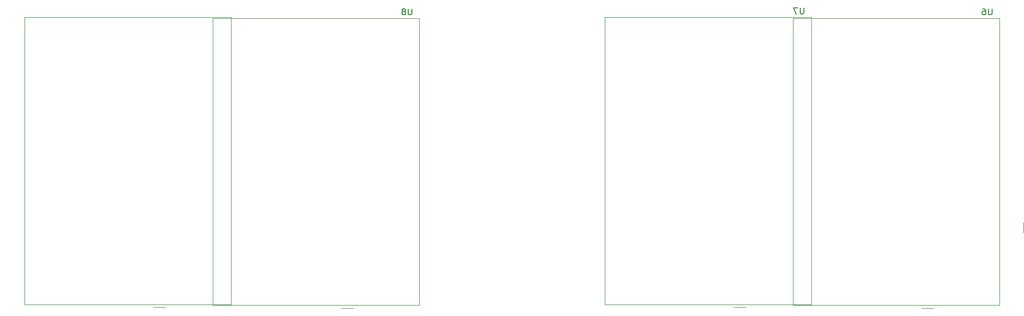
<source format=gbo>
%TF.GenerationSoftware,KiCad,Pcbnew,7.0.9*%
%TF.CreationDate,2024-01-28T12:11:26+01:00*%
%TF.ProjectId,Digital_Clock,44696769-7461-46c5-9f43-6c6f636b2e6b,rev?*%
%TF.SameCoordinates,Original*%
%TF.FileFunction,Legend,Bot*%
%TF.FilePolarity,Positive*%
%FSLAX46Y46*%
G04 Gerber Fmt 4.6, Leading zero omitted, Abs format (unit mm)*
G04 Created by KiCad (PCBNEW 7.0.9) date 2024-01-28 12:11:26*
%MOMM*%
%LPD*%
G01*
G04 APERTURE LIST*
G04 Aperture macros list*
%AMRoundRect*
0 Rectangle with rounded corners*
0 $1 Rounding radius*
0 $2 $3 $4 $5 $6 $7 $8 $9 X,Y pos of 4 corners*
0 Add a 4 corners polygon primitive as box body*
4,1,4,$2,$3,$4,$5,$6,$7,$8,$9,$2,$3,0*
0 Add four circle primitives for the rounded corners*
1,1,$1+$1,$2,$3*
1,1,$1+$1,$4,$5*
1,1,$1+$1,$6,$7*
1,1,$1+$1,$8,$9*
0 Add four rect primitives between the rounded corners*
20,1,$1+$1,$2,$3,$4,$5,0*
20,1,$1+$1,$4,$5,$6,$7,0*
20,1,$1+$1,$6,$7,$8,$9,0*
20,1,$1+$1,$8,$9,$2,$3,0*%
G04 Aperture macros list end*
%ADD10C,0.150000*%
%ADD11C,0.120000*%
%ADD12R,3.500000X3.500000*%
%ADD13RoundRect,0.750000X0.750000X1.000000X-0.750000X1.000000X-0.750000X-1.000000X0.750000X-1.000000X0*%
%ADD14RoundRect,0.875000X0.875000X0.875000X-0.875000X0.875000X-0.875000X-0.875000X0.875000X-0.875000X0*%
%ADD15R,1.600000X1.600000*%
%ADD16C,1.600000*%
%ADD17R,1.700000X1.700000*%
%ADD18O,1.700000X1.700000*%
%ADD19C,5.600000*%
%ADD20R,2.100000X2.100000*%
%ADD21C,2.100000*%
%ADD22C,2.000000*%
%ADD23R,1.500000X1.500000*%
%ADD24C,1.500000*%
G04 APERTURE END LIST*
D10*
X228851904Y-63872319D02*
X228851904Y-64681842D01*
X228851904Y-64681842D02*
X228804285Y-64777080D01*
X228804285Y-64777080D02*
X228756666Y-64824700D01*
X228756666Y-64824700D02*
X228661428Y-64872319D01*
X228661428Y-64872319D02*
X228470952Y-64872319D01*
X228470952Y-64872319D02*
X228375714Y-64824700D01*
X228375714Y-64824700D02*
X228328095Y-64777080D01*
X228328095Y-64777080D02*
X228280476Y-64681842D01*
X228280476Y-64681842D02*
X228280476Y-63872319D01*
X227375714Y-63872319D02*
X227566190Y-63872319D01*
X227566190Y-63872319D02*
X227661428Y-63919938D01*
X227661428Y-63919938D02*
X227709047Y-63967557D01*
X227709047Y-63967557D02*
X227804285Y-64110414D01*
X227804285Y-64110414D02*
X227851904Y-64300890D01*
X227851904Y-64300890D02*
X227851904Y-64681842D01*
X227851904Y-64681842D02*
X227804285Y-64777080D01*
X227804285Y-64777080D02*
X227756666Y-64824700D01*
X227756666Y-64824700D02*
X227661428Y-64872319D01*
X227661428Y-64872319D02*
X227470952Y-64872319D01*
X227470952Y-64872319D02*
X227375714Y-64824700D01*
X227375714Y-64824700D02*
X227328095Y-64777080D01*
X227328095Y-64777080D02*
X227280476Y-64681842D01*
X227280476Y-64681842D02*
X227280476Y-64443747D01*
X227280476Y-64443747D02*
X227328095Y-64348509D01*
X227328095Y-64348509D02*
X227375714Y-64300890D01*
X227375714Y-64300890D02*
X227470952Y-64253271D01*
X227470952Y-64253271D02*
X227661428Y-64253271D01*
X227661428Y-64253271D02*
X227756666Y-64300890D01*
X227756666Y-64300890D02*
X227804285Y-64348509D01*
X227804285Y-64348509D02*
X227851904Y-64443747D01*
X198371904Y-63734819D02*
X198371904Y-64544342D01*
X198371904Y-64544342D02*
X198324285Y-64639580D01*
X198324285Y-64639580D02*
X198276666Y-64687200D01*
X198276666Y-64687200D02*
X198181428Y-64734819D01*
X198181428Y-64734819D02*
X197990952Y-64734819D01*
X197990952Y-64734819D02*
X197895714Y-64687200D01*
X197895714Y-64687200D02*
X197848095Y-64639580D01*
X197848095Y-64639580D02*
X197800476Y-64544342D01*
X197800476Y-64544342D02*
X197800476Y-63734819D01*
X197419523Y-63734819D02*
X196752857Y-63734819D01*
X196752857Y-63734819D02*
X197181428Y-64734819D01*
X134871904Y-63872319D02*
X134871904Y-64681842D01*
X134871904Y-64681842D02*
X134824285Y-64777080D01*
X134824285Y-64777080D02*
X134776666Y-64824700D01*
X134776666Y-64824700D02*
X134681428Y-64872319D01*
X134681428Y-64872319D02*
X134490952Y-64872319D01*
X134490952Y-64872319D02*
X134395714Y-64824700D01*
X134395714Y-64824700D02*
X134348095Y-64777080D01*
X134348095Y-64777080D02*
X134300476Y-64681842D01*
X134300476Y-64681842D02*
X134300476Y-63872319D01*
X133681428Y-64300890D02*
X133776666Y-64253271D01*
X133776666Y-64253271D02*
X133824285Y-64205652D01*
X133824285Y-64205652D02*
X133871904Y-64110414D01*
X133871904Y-64110414D02*
X133871904Y-64062795D01*
X133871904Y-64062795D02*
X133824285Y-63967557D01*
X133824285Y-63967557D02*
X133776666Y-63919938D01*
X133776666Y-63919938D02*
X133681428Y-63872319D01*
X133681428Y-63872319D02*
X133490952Y-63872319D01*
X133490952Y-63872319D02*
X133395714Y-63919938D01*
X133395714Y-63919938D02*
X133348095Y-63967557D01*
X133348095Y-63967557D02*
X133300476Y-64062795D01*
X133300476Y-64062795D02*
X133300476Y-64110414D01*
X133300476Y-64110414D02*
X133348095Y-64205652D01*
X133348095Y-64205652D02*
X133395714Y-64253271D01*
X133395714Y-64253271D02*
X133490952Y-64300890D01*
X133490952Y-64300890D02*
X133681428Y-64300890D01*
X133681428Y-64300890D02*
X133776666Y-64348509D01*
X133776666Y-64348509D02*
X133824285Y-64396128D01*
X133824285Y-64396128D02*
X133871904Y-64491366D01*
X133871904Y-64491366D02*
X133871904Y-64681842D01*
X133871904Y-64681842D02*
X133824285Y-64777080D01*
X133824285Y-64777080D02*
X133776666Y-64824700D01*
X133776666Y-64824700D02*
X133681428Y-64872319D01*
X133681428Y-64872319D02*
X133490952Y-64872319D01*
X133490952Y-64872319D02*
X133395714Y-64824700D01*
X133395714Y-64824700D02*
X133348095Y-64777080D01*
X133348095Y-64777080D02*
X133300476Y-64681842D01*
X133300476Y-64681842D02*
X133300476Y-64491366D01*
X133300476Y-64491366D02*
X133348095Y-64396128D01*
X133348095Y-64396128D02*
X133395714Y-64348509D01*
X133395714Y-64348509D02*
X133490952Y-64300890D01*
D11*
%TO.C,U6*%
X219440000Y-112497500D02*
X217440000Y-112497500D01*
X196665000Y-112017500D02*
X230055000Y-112017500D01*
X230055000Y-112017500D02*
X230055000Y-65397500D01*
X196665000Y-65397500D02*
X196665000Y-112017500D01*
X230055000Y-65397500D02*
X196665000Y-65397500D01*
%TO.C,U7*%
X188960000Y-112360000D02*
X186960000Y-112360000D01*
X166185000Y-111880000D02*
X199575000Y-111880000D01*
X199575000Y-111880000D02*
X199575000Y-65260000D01*
X166185000Y-65260000D02*
X166185000Y-111880000D01*
X199575000Y-65260000D02*
X166185000Y-65260000D01*
%TO.C,U9*%
X94980000Y-112360000D02*
X92980000Y-112360000D01*
X72205000Y-111880000D02*
X105595000Y-111880000D01*
X105595000Y-111880000D02*
X105595000Y-65260000D01*
X72205000Y-65260000D02*
X72205000Y-111880000D01*
X105595000Y-65260000D02*
X72205000Y-65260000D01*
%TO.C,U8*%
X125460000Y-112497500D02*
X123460000Y-112497500D01*
X102685000Y-112017500D02*
X136075000Y-112017500D01*
X136075000Y-112017500D02*
X136075000Y-65397500D01*
X102685000Y-65397500D02*
X102685000Y-112017500D01*
X136075000Y-65397500D02*
X102685000Y-65397500D01*
%TD*%
%LPC*%
D12*
%TO.C,J1*%
X232760000Y-104140000D03*
D13*
X238760000Y-104140000D03*
D14*
X235760000Y-99440000D03*
%TD*%
D15*
%TO.C,C8*%
X205740000Y-116110000D03*
D16*
X205740000Y-118110000D03*
%TD*%
D17*
%TO.C,J2*%
X139700000Y-68580000D03*
D18*
X139700000Y-66040000D03*
X139700000Y-63500000D03*
X139700000Y-60960000D03*
%TD*%
D19*
%TO.C,REF\u002A\u002A*%
X66040000Y-60960000D03*
%TD*%
D20*
%TO.C,BT1*%
X163149087Y-106680000D03*
D21*
X143149087Y-106680000D03*
%TD*%
D19*
%TO.C,REF\u002A\u002A*%
X236220000Y-60960000D03*
%TD*%
D22*
%TO.C,SW3*%
X74780000Y-114590000D03*
X81280000Y-114590000D03*
X74780000Y-119090000D03*
X81280000Y-119090000D03*
%TD*%
D19*
%TO.C,REF\u002A\u002A*%
X236220000Y-119380000D03*
%TD*%
D22*
%TO.C,SW1*%
X96520000Y-119090000D03*
X90020000Y-119090000D03*
X96520000Y-114590000D03*
X90020000Y-114590000D03*
%TD*%
D19*
%TO.C,REF\u002A\u002A*%
X66040000Y-119380000D03*
%TD*%
D22*
%TO.C,SW2*%
X111760000Y-119090000D03*
X105260000Y-119090000D03*
X111760000Y-114590000D03*
X105260000Y-114590000D03*
%TD*%
D23*
%TO.C,U6*%
X218440000Y-108717500D03*
D24*
X215900000Y-108717500D03*
X213360000Y-108717500D03*
X210820000Y-108717500D03*
X208280000Y-108717500D03*
X208280000Y-68717500D03*
X210820000Y-68717500D03*
X213360000Y-68717500D03*
X215900000Y-68717500D03*
X218440000Y-68717500D03*
%TD*%
D23*
%TO.C,U7*%
X187960000Y-108580000D03*
D24*
X185420000Y-108580000D03*
X182880000Y-108580000D03*
X180340000Y-108580000D03*
X177800000Y-108580000D03*
X177800000Y-68580000D03*
X180340000Y-68580000D03*
X182880000Y-68580000D03*
X185420000Y-68580000D03*
X187960000Y-68580000D03*
%TD*%
D23*
%TO.C,U9*%
X93980000Y-108580000D03*
D24*
X91440000Y-108580000D03*
X88900000Y-108580000D03*
X86360000Y-108580000D03*
X83820000Y-108580000D03*
X83820000Y-68580000D03*
X86360000Y-68580000D03*
X88900000Y-68580000D03*
X91440000Y-68580000D03*
X93980000Y-68580000D03*
%TD*%
D23*
%TO.C,U8*%
X124460000Y-108717500D03*
D24*
X121920000Y-108717500D03*
X119380000Y-108717500D03*
X116840000Y-108717500D03*
X114300000Y-108717500D03*
X114300000Y-68717500D03*
X116840000Y-68717500D03*
X119380000Y-68717500D03*
X121920000Y-68717500D03*
X124460000Y-68717500D03*
%TD*%
%LPD*%
M02*

</source>
